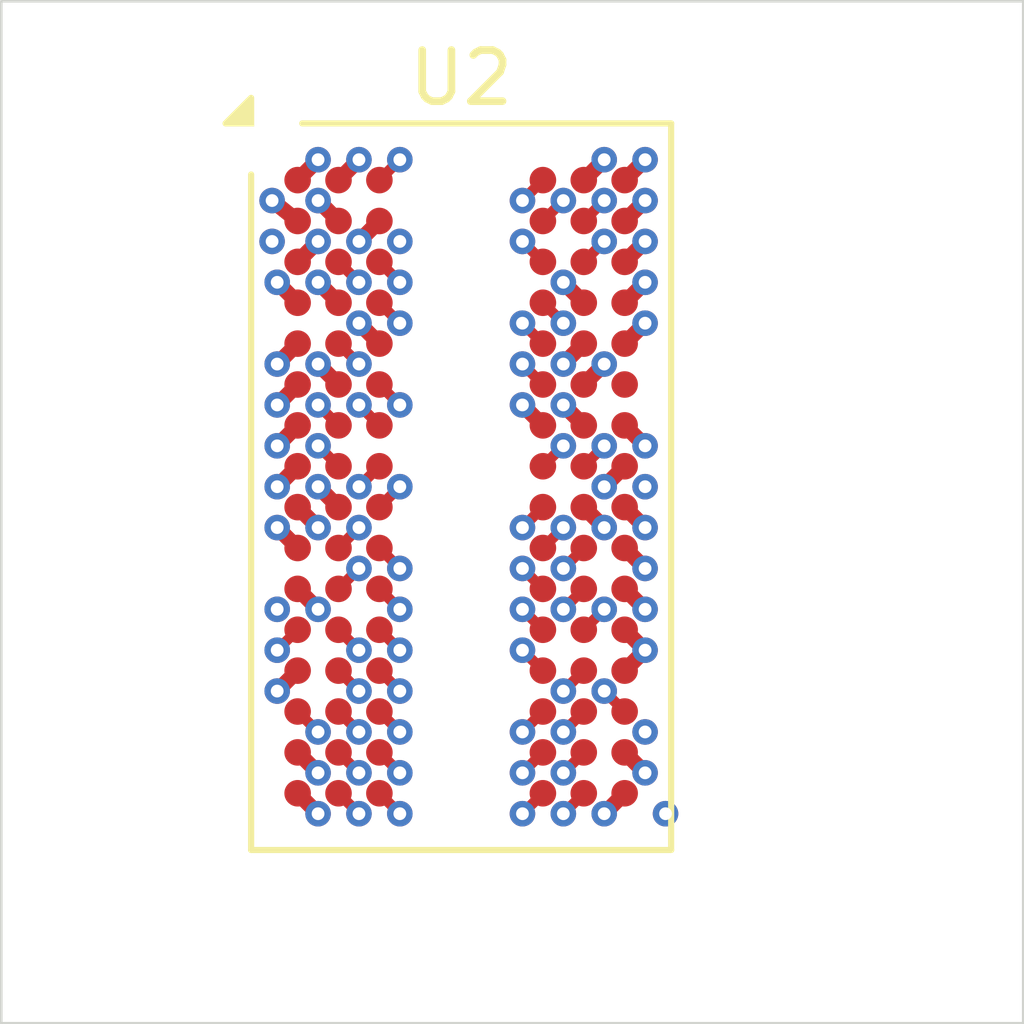
<source format=kicad_pcb>
(kicad_pcb (version 20241229) (generator "pcbnew") (generator_version "9.0")
  (layers (0 "F.Cu" signal) (4 "In1.Cu" signal "In1.Cu (top ref plane)") (6 "In2.Cu" signal) (8 "In3.Cu" signal "In3.Cu(Inner ref plane)") (10 "In4.Cu" signal) (12 "In5.Cu" signal "In5.Cu(Inner ref plane)") (14 "In6.Cu" signal) (16 "In7.Cu" signal "In7.Cu(Inner ref plane)") (18 "In8.Cu" signal) (20 "In9.Cu" signal "In9.Cu(Inner ref plane)") (22 "In10.Cu" signal) (24 "In11.Cu" signal "In11.Cu(power 3v3,2v5)") (26 "In12.Cu" signal "In12.Cu(power 3v3,2v5)") (28 "In13.Cu" signal "In13.Cu(power 1v8)") (30 "In14.Cu" signal "In14.Cu(Inner ref plane)") (32 "In15.Cu" signal) (34 "In16.Cu" signal "In16.Cu(Inner ref plane)") (36 "In17.Cu" signal) (38 "In18.Cu" signal "In18.Cu(Inner ref plane)") (40 "In19.Cu" signal) (42 "In20.Cu" signal "In20.Cu(Inner ref plane)") (44 "In21.Cu" signal) (46 "In22.Cu" signal "In22.Cu(Bottom ref plane)") (2 "B.Cu" signal) (13 "F.Paste" user) (15 "B.Paste" user) (5 "F.SilkS" user "F.Silkscreen") (7 "B.SilkS" user "B.Silkscreen") (1 "F.Mask" user) (3 "B.Mask" user) (25 "Edge.Cuts" user))
  (net 0 "")
  (net 1 "GND")
  (net 2 "unconnected-(U2-A4-PadN3)")
  (net 3 "Net-(U2-V_{DD}-PadB3)")
  (net 4 "unconnected-(U2-LDQS_c-PadF3)")
  (net 5 "unconnected-(U2-A10{slash}AP-PadM3)")
  (net 6 "unconnected-(U2-DQ8-PadA3)")
  (net 7 "unconnected-(U2-V_{REFCA}-PadM1)")
  (net 8 "unconnected-(U2-DQ11-PadC7)")
  (net 9 "Net-(U2-V_{PP}-PadB1)")
  (net 10 "unconnected-(U2-A12{slash}~{BC}-PadM7)")
  (net 11 "unconnected-(U2-NF{slash}~{LDM}{slash}~{LDBI}-PadE7)")
  (net 12 "Net-(U2-V_{DDQ}-PadA1)")
  (net 13 "unconnected-(U2-NF{slash}NC-PadT7)")
  (net 14 "unconnected-(U2-BA1-PadN8)")
  (net 15 "unconnected-(U2-A1-PadP7)")
  (net 16 "unconnected-(U2-UDQS_c-PadA7)")
  (net 17 "unconnected-(U2-DQ6-PadJ3)")
  (net 18 "unconnected-(U2-A13-PadT8)")
  (net 19 "unconnected-(U2-A7-PadR8)")
  (net 20 "unconnected-(U2-DQ15-PadD7)")
  (net 21 "unconnected-(U2-A8-PadR2)")
  (net 22 "unconnected-(U2-DQ10-PadC3)")
  (net 23 "unconnected-(U2-PAR-PadT3)")
  (net 24 "unconnected-(U2-A9-PadR7)")
  (net 25 "unconnected-(U2-DQ1-PadF7)")
  (net 27 "unconnected-(U2-ODT-PadK3)")
  (net 28 "unconnected-(U2-DQ14-PadD3)")
  (net 29 "unconnected-(U2-A15{slash}~{CAS}-PadM8)")
  (net 30 "unconnected-(U2-A14{slash}~{WE}-PadL2)")
  (net 31 "unconnected-(U2-DQ7-PadJ7)")
  (net 32 "unconnected-(U2-CK_t-PadK7)")
  (net 33 "unconnected-(U2-UDQS_t-PadB7)")
  (net 34 "unconnected-(U2-DQ13-PadC8)")
  (net 35 "unconnected-(U2-A3-PadN7)")
  (net 36 "unconnected-(U2-A11-PadT2)")
  (net 37 "unconnected-(U2-CK_c-PadK8)")
  (net 38 "unconnected-(U2-BA0-PadN2)")
  (net 39 "unconnected-(U2-~{ACT}-PadL3)")
  (net 40 "unconnected-(U2-~{RESET}-PadP1)")
  (net 41 "unconnected-(U2-A0-PadP3)")
  (net 42 "unconnected-(U2-A6-PadP2)")
  (net 43 "unconnected-(U2-LDQS_t-PadG3)")
  (net 44 "unconnected-(U2-~{ALERT}-PadP9)")
  (net 45 "unconnected-(U2-A2-PadR3)")
  (net 46 "unconnected-(U2-DQ0-PadG2)")
  (net 47 "unconnected-(U2-CKE-PadK2)")
  (net 48 "unconnected-(U2-DQ4-PadH2)")
  (net 49 "unconnected-(U2-DQ3-PadH7)")
  (net 50 "unconnected-(U2-BG0-PadM2)")
  (net 51 "unconnected-(U2-DQ9-PadB8)")
  (net 52 "unconnected-(U2-~{CS}-PadL7)")
  (net 53 "unconnected-(U2-NF{slash}~{UDM}{slash}~{UDBI}-PadE2)")
  (net 54 "unconnected-(U2-A5-PadP8)")
  (net 55 "unconnected-(U2-DQ5-PadH8)")
  (net 57 "unconnected-(U2-DQ12-PadC2)")
  (net 58 "unconnected-(U2-DQ2-PadH3)")
  (net 59 "unconnected-(U2-A16{slash}~{RAS}-PadL8)")
  (footprint "Package_BGA:Micron_FBGA-96_8x14mm_Layout9x16_P0.8mm" (layer "F.Cu") (at 54 37)
    (property "Reference" "U2" (at 0 -8 0) (layer "F.SilkS"))
    (property "Value" "MT40A512M16JY")
    (fp_line (start -4.11 7.11) (end -4.11 -6.11) (stroke (width 0.12)) (layer "F.SilkS"))
    (fp_line (start -3.11 -7.11) (end 4.11 -7.11) (stroke (width 0.12)) (layer "F.SilkS"))
    (fp_line (start 4.11 -7.11) (end 4.11 7.11) (stroke (width 0.12)) (layer "F.SilkS"))
    (fp_line (start 4.11 7.11) (end -4.11 7.11) (stroke (width 0.12)) (layer "F.SilkS"))
    (fp_poly (pts (xy -4.11 -7.11) (xy -4.61 -7.11) (xy -4.11 -7.61)) (stroke (width 0.12)) (fill yes) (layer "F.SilkS"))
    (pad "A1" smd circle (at -3.2 -6) (size 0.52 0.52) (property pad_prop_bga) (layers "F.Cu" "F.Mask" "F.Paste") (net 12 "Net-(U2-V_{DDQ}-PadA1)"))
    (pad "A2" smd circle (at -2.4 -6) (size 0.52 0.52) (property pad_prop_bga) (layers "F.Cu" "F.Mask" "F.Paste") (net 1 "GND"))
    (pad "A3" smd circle (at -1.6 -6) (size 0.52 0.52) (property pad_prop_bga) (layers "F.Cu" "F.Mask" "F.Paste") (net 6 "unconnected-(U2-DQ8-PadA3)"))
    (pad "A7" smd circle (at 1.6 -6) (size 0.52 0.52) (property pad_prop_bga) (layers "F.Cu" "F.Mask" "F.Paste") (net 16 "unconnected-(U2-UDQS_c-PadA7)"))
    (pad "A8" smd circle (at 2.4 -6) (size 0.52 0.52) (property pad_prop_bga) (layers "F.Cu" "F.Mask" "F.Paste") (net 1 "GND"))
    (pad "A9" smd circle (at 3.2 -6) (size 0.52 0.52) (property pad_prop_bga) (layers "F.Cu" "F.Mask" "F.Paste") (net 12 "Net-(U2-V_{DDQ}-PadA1)"))
    (pad "B1" smd circle (at -3.2 -5.2) (size 0.52 0.52) (property pad_prop_bga) (layers "F.Cu" "F.Mask" "F.Paste") (net 9 "Net-(U2-V_{PP}-PadB1)"))
    (pad "B2" smd circle (at -2.4 -5.2) (size 0.52 0.52) (property pad_prop_bga) (layers "F.Cu" "F.Mask" "F.Paste") (net 1 "GND"))
    (pad "B3" smd circle (at -1.6 -5.2) (size 0.52 0.52) (property pad_prop_bga) (layers "F.Cu" "F.Mask" "F.Paste") (net 3 "Net-(U2-V_{DD}-PadB3)"))
    (pad "B7" smd circle (at 1.6 -5.2) (size 0.52 0.52) (property pad_prop_bga) (layers "F.Cu" "F.Mask" "F.Paste") (net 33 "unconnected-(U2-UDQS_t-PadB7)"))
    (pad "B8" smd circle (at 2.4 -5.2) (size 0.52 0.52) (property pad_prop_bga) (layers "F.Cu" "F.Mask" "F.Paste") (net 51 "unconnected-(U2-DQ9-PadB8)"))
    (pad "B9" smd circle (at 3.2 -5.2) (size 0.52 0.52) (property pad_prop_bga) (layers "F.Cu" "F.Mask" "F.Paste") (net 3 "Net-(U2-V_{DD}-PadB3)"))
    (pad "C1" smd circle (at -3.2 -4.4) (size 0.52 0.52) (property pad_prop_bga) (layers "F.Cu" "F.Mask" "F.Paste") (net 12 "Net-(U2-V_{DDQ}-PadA1)"))
    (pad "C2" smd circle (at -2.4 -4.4) (size 0.52 0.52) (property pad_prop_bga) (layers "F.Cu" "F.Mask" "F.Paste") (net 57 "unconnected-(U2-DQ12-PadC2)"))
    (pad "C3" smd circle (at -1.6 -4.4) (size 0.52 0.52) (property pad_prop_bga) (layers "F.Cu" "F.Mask" "F.Paste") (net 22 "unconnected-(U2-DQ10-PadC3)"))
    (pad "C7" smd circle (at 1.6 -4.4) (size 0.52 0.52) (property pad_prop_bga) (layers "F.Cu" "F.Mask" "F.Paste") (net 8 "unconnected-(U2-DQ11-PadC7)"))
    (pad "C8" smd circle (at 2.4 -4.4) (size 0.52 0.52) (property pad_prop_bga) (layers "F.Cu" "F.Mask" "F.Paste") (net 34 "unconnected-(U2-DQ13-PadC8)"))
    (pad "C9" smd circle (at 3.2 -4.4) (size 0.52 0.52) (property pad_prop_bga) (layers "F.Cu" "F.Mask" "F.Paste") (net 1 "GND"))
    (pad "D1" smd circle (at -3.2 -3.6) (size 0.52 0.52) (property pad_prop_bga) (layers "F.Cu" "F.Mask" "F.Paste") (net 3 "Net-(U2-V_{DD}-PadB3)"))
    (pad "D2" smd circle (at -2.4 -3.6) (size 0.52 0.52) (property pad_prop_bga) (layers "F.Cu" "F.Mask" "F.Paste") (net 1 "GND"))
    (pad "D3" smd circle (at -1.6 -3.6) (size 0.52 0.52) (property pad_prop_bga) (layers "F.Cu" "F.Mask" "F.Paste") (net 28 "unconnected-(U2-DQ14-PadD3)"))
    (pad "D7" smd circle (at 1.6 -3.6) (size 0.52 0.52) (property pad_prop_bga) (layers "F.Cu" "F.Mask" "F.Paste") (net 20 "unconnected-(U2-DQ15-PadD7)"))
    (pad "D8" smd circle (at 2.4 -3.6) (size 0.52 0.52) (property pad_prop_bga) (layers "F.Cu" "F.Mask" "F.Paste") (net 1 "GND"))
    (pad "D9" smd circle (at 3.2 -3.6) (size 0.52 0.52) (property pad_prop_bga) (layers "F.Cu" "F.Mask" "F.Paste") (net 12 "Net-(U2-V_{DDQ}-PadA1)"))
    (pad "E1" smd circle (at -3.2 -2.8) (size 0.52 0.52) (property pad_prop_bga) (layers "F.Cu" "F.Mask" "F.Paste") (net 1 "GND"))
    (pad "E2" smd circle (at -2.4 -2.8) (size 0.52 0.52) (property pad_prop_bga) (layers "F.Cu" "F.Mask" "F.Paste") (net 53 "unconnected-(U2-NF{slash}~{UDM}{slash}~{UDBI}-PadE2)"))
    (pad "E3" smd circle (at -1.6 -2.8) (size 0.52 0.52) (property pad_prop_bga) (layers "F.Cu" "F.Mask" "F.Paste") (net 1 "GND"))
    (pad "E7" smd circle (at 1.6 -2.8) (size 0.52 0.52) (property pad_prop_bga) (layers "F.Cu" "F.Mask" "F.Paste") (net 11 "unconnected-(U2-NF{slash}~{LDM}{slash}~{LDBI}-PadE7)"))
    (pad "E8" smd circle (at 2.4 -2.8) (size 0.52 0.52) (property pad_prop_bga) (layers "F.Cu" "F.Mask" "F.Paste") (net 1 "GND"))
    (pad "E9" smd circle (at 3.2 -2.8) (size 0.52 0.52) (property pad_prop_bga) (layers "F.Cu" "F.Mask" "F.Paste") (net 1 "GND"))
    (pad "F1" smd circle (at -3.2 -2) (size 0.52 0.52) (property pad_prop_bga) (layers "F.Cu" "F.Mask" "F.Paste") (net 1 "GND"))
    (pad "F2" smd circle (at -2.4 -2) (size 0.52 0.52) (property pad_prop_bga) (layers "F.Cu" "F.Mask" "F.Paste") (net 12 "Net-(U2-V_{DDQ}-PadA1)"))
    (pad "F3" smd circle (at -1.6 -2) (size 0.52 0.52) (property pad_prop_bga) (layers "F.Cu" "F.Mask" "F.Paste") (net 4 "unconnected-(U2-LDQS_c-PadF3)"))
    (pad "F7" smd circle (at 1.6 -2) (size 0.52 0.52) (property pad_prop_bga) (layers "F.Cu" "F.Mask" "F.Paste") (net 25 "unconnected-(U2-DQ1-PadF7)"))
    (pad "F8" smd circle (at 2.4 -2) (size 0.52 0.52) (property pad_prop_bga) (layers "F.Cu" "F.Mask" "F.Paste") (net 12 "Net-(U2-V_{DDQ}-PadA1)"))
    (pad "F9" smd circle (at 3.2 -2) (size 0.52 0.52) (property pad_prop_bga) (layers "F.Cu" "F.Mask" "F.Paste"))
    (pad "G1" smd circle (at -3.2 -1.2) (size 0.52 0.52) (property pad_prop_bga) (layers "F.Cu" "F.Mask" "F.Paste") (net 12 "Net-(U2-V_{DDQ}-PadA1)"))
    (pad "G2" smd circle (at -2.4 -1.2) (size 0.52 0.52) (property pad_prop_bga) (layers "F.Cu" "F.Mask" "F.Paste") (net 46 "unconnected-(U2-DQ0-PadG2)"))
    (pad "G3" smd circle (at -1.6 -1.2) (size 0.52 0.52) (property pad_prop_bga) (layers "F.Cu" "F.Mask" "F.Paste") (net 43 "unconnected-(U2-LDQS_t-PadG3)"))
    (pad "G7" smd circle (at 1.6 -1.2) (size 0.52 0.52) (property pad_prop_bga) (layers "F.Cu" "F.Mask" "F.Paste") (net 3 "Net-(U2-V_{DD}-PadB3)"))
    (pad "G8" smd circle (at 2.4 -1.2) (size 0.52 0.52) (property pad_prop_bga) (layers "F.Cu" "F.Mask" "F.Paste") (net 1 "GND"))
    (pad "G9" smd circle (at 3.2 -1.2) (size 0.52 0.52) (property pad_prop_bga) (layers "F.Cu" "F.Mask" "F.Paste") (net 12 "Net-(U2-V_{DDQ}-PadA1)"))
    (pad "H1" smd circle (at -3.2 -0.4) (size 0.52 0.52) (property pad_prop_bga) (layers "F.Cu" "F.Mask" "F.Paste") (net 1 "GND"))
    (pad "H2" smd circle (at -2.4 -0.4) (size 0.52 0.52) (property pad_prop_bga) (layers "F.Cu" "F.Mask" "F.Paste") (net 48 "unconnected-(U2-DQ4-PadH2)"))
    (pad "H3" smd circle (at -1.6 -0.4) (size 0.52 0.52) (property pad_prop_bga) (layers "F.Cu" "F.Mask" "F.Paste") (net 58 "unconnected-(U2-DQ2-PadH3)"))
    (pad "H7" smd circle (at 1.6 -0.4) (size 0.52 0.52) (property pad_prop_bga) (layers "F.Cu" "F.Mask" "F.Paste") (net 49 "unconnected-(U2-DQ3-PadH7)"))
    (pad "H8" smd circle (at 2.4 -0.4) (size 0.52 0.52) (property pad_prop_bga) (layers "F.Cu" "F.Mask" "F.Paste") (net 55 "unconnected-(U2-DQ5-PadH8)"))
    (pad "H9" smd circle (at 3.2 -0.4) (size 0.52 0.52) (property pad_prop_bga) (layers "F.Cu" "F.Mask" "F.Paste") (net 1 "GND"))
    (pad "J1" smd circle (at -3.2 0.4) (size 0.52 0.52) (property pad_prop_bga) (layers "F.Cu" "F.Mask" "F.Paste") (net 3 "Net-(U2-V_{DD}-PadB3)"))
    (pad "J2" smd circle (at -2.4 0.4) (size 0.52 0.52) (property pad_prop_bga) (layers "F.Cu" "F.Mask" "F.Paste") (net 12 "Net-(U2-V_{DDQ}-PadA1)"))
    (pad "J3" smd circle (at -1.6 0.4) (size 0.52 0.52) (property pad_prop_bga) (layers "F.Cu" "F.Mask" "F.Paste") (net 17 "unconnected-(U2-DQ6-PadJ3)"))
    (pad "J7" smd circle (at 1.6 0.4) (size 0.52 0.52) (property pad_prop_bga) (layers "F.Cu" "F.Mask" "F.Paste") (net 31 "unconnected-(U2-DQ7-PadJ7)"))
    (pad "J8" smd circle (at 2.4 0.4) (size 0.52 0.52) (property pad_prop_bga) (layers "F.Cu" "F.Mask" "F.Paste") (net 12 "Net-(U2-V_{DDQ}-PadA1)"))
    (pad "J9" smd circle (at 3.2 0.4) (size 0.52 0.52) (property pad_prop_bga) (layers "F.Cu" "F.Mask" "F.Paste") (net 3 "Net-(U2-V_{DD}-PadB3)"))
    (pad "K1" smd circle (at -3.2 1.2) (size 0.52 0.52) (property pad_prop_bga) (layers "F.Cu" "F.Mask" "F.Paste") (net 1 "GND"))
    (pad "K2" smd circle (at -2.4 1.2) (size 0.52 0.52) (property pad_prop_bga) (layers "F.Cu" "F.Mask" "F.Paste") (net 47 "unconnected-(U2-CKE-PadK2)"))
    (pad "K3" smd circle (at -1.6 1.2) (size 0.52 0.52) (property pad_prop_bga) (layers "F.Cu" "F.Mask" "F.Paste") (net 27 "unconnected-(U2-ODT-PadK3)"))
    (pad "K7" smd circle (at 1.6 1.2) (size 0.52 0.52) (property pad_prop_bga) (layers "F.Cu" "F.Mask" "F.Paste") (net 32 "unconnected-(U2-CK_t-PadK7)"))
    (pad "K8" smd circle (at 2.4 1.2) (size 0.52 0.52) (property pad_prop_bga) (layers "F.Cu" "F.Mask" "F.Paste") (net 37 "unconnected-(U2-CK_c-PadK8)"))
    (pad "K9" smd circle (at 3.2 1.2) (size 0.52 0.52) (property pad_prop_bga) (layers "F.Cu" "F.Mask" "F.Paste") (net 1 "GND"))
    (pad "L1" smd circle (at -3.2 2) (size 0.52 0.52) (property pad_prop_bga) (layers "F.Cu" "F.Mask" "F.Paste") (net 3 "Net-(U2-V_{DD}-PadB3)"))
    (pad "L2" smd circle (at -2.4 2) (size 0.52 0.52) (property pad_prop_bga) (layers "F.Cu" "F.Mask" "F.Paste") (net 30 "unconnected-(U2-A14{slash}~{WE}-PadL2)"))
    (pad "L3" smd circle (at -1.6 2) (size 0.52 0.52) (property pad_prop_bga) (layers "F.Cu" "F.Mask" "F.Paste") (net 39 "unconnected-(U2-~{ACT}-PadL3)"))
    (pad "L7" smd circle (at 1.6 2) (size 0.52 0.52) (property pad_prop_bga) (layers "F.Cu" "F.Mask" "F.Paste") (net 52 "unconnected-(U2-~{CS}-PadL7)"))
    (pad "L8" smd circle (at 2.4 2) (size 0.52 0.52) (property pad_prop_bga) (layers "F.Cu" "F.Mask" "F.Paste") (net 59 "unconnected-(U2-A16{slash}~{RAS}-PadL8)"))
    (pad "L9" smd circle (at 3.2 2) (size 0.52 0.52) (property pad_prop_bga) (layers "F.Cu" "F.Mask" "F.Paste") (net 3 "Net-(U2-V_{DD}-PadB3)"))
    (pad "M1" smd circle (at -3.2 2.8) (size 0.52 0.52) (property pad_prop_bga) (layers "F.Cu" "F.Mask" "F.Paste") (net 7 "unconnected-(U2-V_{REFCA}-PadM1)"))
    (pad "M2" smd circle (at -2.4 2.8) (size 0.52 0.52) (property pad_prop_bga) (layers "F.Cu" "F.Mask" "F.Paste") (net 50 "unconnected-(U2-BG0-PadM2)"))
    (pad "M3" smd circle (at -1.6 2.8) (size 0.52 0.52) (property pad_prop_bga) (layers "F.Cu" "F.Mask" "F.Paste") (net 5 "unconnected-(U2-A10{slash}AP-PadM3)"))
    (pad "M7" smd circle (at 1.6 2.8) (size 0.52 0.52) (property pad_prop_bga) (layers "F.Cu" "F.Mask" "F.Paste") (net 10 "unconnected-(U2-A12{slash}~{BC}-PadM7)"))
    (pad "M8" smd circle (at 2.4 2.8) (size 0.52 0.52) (property pad_prop_bga) (layers "F.Cu" "F.Mask" "F.Paste") (net 29 "unconnected-(U2-A15{slash}~{CAS}-PadM8)"))
    (pad "M9" smd circle (at 3.2 2.8) (size 0.52 0.52) (property pad_prop_bga) (layers "F.Cu" "F.Mask" "F.Paste") (net 1 "GND"))
    (pad "N1" smd circle (at -3.2 3.6) (size 0.52 0.52) (property pad_prop_bga) (layers "F.Cu" "F.Mask" "F.Paste") (net 1 "GND"))
    (pad "N2" smd circle (at -2.4 3.6) (size 0.52 0.52) (property pad_prop_bga) (layers "F.Cu" "F.Mask" "F.Paste") (net 38 "unconnected-(U2-BA0-PadN2)"))
    (pad "N3" smd circle (at -1.6 3.6) (size 0.52 0.52) (property pad_prop_bga) (layers "F.Cu" "F.Mask" "F.Paste") (net 2 "unconnected-(U2-A4-PadN3)"))
    (pad "N7" smd circle (at 1.6 3.6) (size 0.52 0.52) (property pad_prop_bga) (layers "F.Cu" "F.Mask" "F.Paste") (net 35 "unconnected-(U2-A3-PadN7)"))
    (pad "N8" smd circle (at 2.4 3.6) (size 0.52 0.52) (property pad_prop_bga) (layers "F.Cu" "F.Mask" "F.Paste") (net 14 "unconnected-(U2-BA1-PadN8)"))
    (pad "N9" smd circle (at 3.2 3.6) (size 0.52 0.52) (property pad_prop_bga) (layers "F.Cu" "F.Mask" "F.Paste"))
    (pad "P1" smd circle (at -3.2 4.4) (size 0.52 0.52) (property pad_prop_bga) (layers "F.Cu" "F.Mask" "F.Paste") (net 40 "unconnected-(U2-~{RESET}-PadP1)"))
    (pad "P2" smd circle (at -2.4 4.4) (size 0.52 0.52) (property pad_prop_bga) (layers "F.Cu" "F.Mask" "F.Paste") (net 42 "unconnected-(U2-A6-PadP2)"))
    (pad "P3" smd circle (at -1.6 4.4) (size 0.52 0.52) (property pad_prop_bga) (layers "F.Cu" "F.Mask" "F.Paste") (net 41 "unconnected-(U2-A0-PadP3)"))
    (pad "P7" smd circle (at 1.6 4.4) (size 0.52 0.52) (property pad_prop_bga) (layers "F.Cu" "F.Mask" "F.Paste") (net 15 "unconnected-(U2-A1-PadP7)"))
    (pad "P8" smd circle (at 2.4 4.4) (size 0.52 0.52) (property pad_prop_bga) (layers "F.Cu" "F.Mask" "F.Paste") (net 54 "unconnected-(U2-A5-PadP8)"))
    (pad "P9" smd circle (at 3.2 4.4) (size 0.52 0.52) (property pad_prop_bga) (layers "F.Cu" "F.Mask" "F.Paste") (net 44 "unconnected-(U2-~{ALERT}-PadP9)"))
    (pad "R1" smd circle (at -3.2 5.2) (size 0.52 0.52) (property pad_prop_bga) (layers "F.Cu" "F.Mask" "F.Paste") (net 3 "Net-(U2-V_{DD}-PadB3)"))
    (pad "R2" smd circle (at -2.4 5.2) (size 0.52 0.52) (property pad_prop_bga) (layers "F.Cu" "F.Mask" "F.Paste") (net 21 "unconnected-(U2-A8-PadR2)"))
    (pad "R3" smd circle (at -1.6 5.2) (size 0.52 0.52) (property pad_prop_bga) (layers "F.Cu" "F.Mask" "F.Paste") (net 45 "unconnected-(U2-A2-PadR3)"))
    (pad "R7" smd circle (at 1.6 5.2) (size 0.52 0.52) (property pad_prop_bga) (layers "F.Cu" "F.Mask" "F.Paste") (net 24 "unconnected-(U2-A9-PadR7)"))
    (pad "R8" smd circle (at 2.4 5.2) (size 0.52 0.52) (property pad_prop_bga) (layers "F.Cu" "F.Mask" "F.Paste") (net 19 "unconnected-(U2-A7-PadR8)"))
    (pad "R9" smd circle (at 3.2 5.2) (size 0.52 0.52) (property pad_prop_bga) (layers "F.Cu" "F.Mask" "F.Paste") (net 9 "Net-(U2-V_{PP}-PadB1)"))
    (pad "T1" smd circle (at -3.2 6) (size 0.52 0.52) (property pad_prop_bga) (layers "F.Cu" "F.Mask" "F.Paste") (net 1 "GND"))
    (pad "T2" smd circle (at -2.4 6) (size 0.52 0.52) (property pad_prop_bga) (layers "F.Cu" "F.Mask" "F.Paste") (net 36 "unconnected-(U2-A11-PadT2)"))
    (pad "T3" smd circle (at -1.6 6) (size 0.52 0.52) (property pad_prop_bga) (layers "F.Cu" "F.Mask" "F.Paste") (net 23 "unconnected-(U2-PAR-PadT3)"))
    (pad "T7" smd circle (at 1.6 6) (size 0.52 0.52) (property pad_prop_bga) (layers "F.Cu" "F.Mask" "F.Paste") (net 13 "unconnected-(U2-NF{slash}NC-PadT7)"))
    (pad "T8" smd circle (at 2.4 6) (size 0.52 0.52) (property pad_prop_bga) (layers "F.Cu" "F.Mask" "F.Paste") (net 18 "unconnected-(U2-A13-PadT8)"))
    (pad "T9" smd circle (at 3.2 6) (size 0.52 0.52) (property pad_prop_bga) (layers "F.Cu" "F.Mask" "F.Paste") (net 3 "Net-(U2-V_{DD}-PadB3)"))
  )
  (gr_rect (start 45 27.5) (end 65 47.5) (stroke (width 0.05)) (fill no) (layer "Edge.Cuts"))
  (segment (start 51.6 31) (end 52 30.6) (width 0.3) (layer "F.Cu") (net 1))
  (segment (start 57.2 38.2) (end 57.6 38.6) (width 0.3) (layer "F.Cu") (net 1))
  (segment (start 57.2 39.8) (end 57.6 40.2) (width 0.3) (layer "F.Cu") (net 1))
  (segment (start 50.8 43) (end 51.2 43.4) (width 0.3) (layer "F.Cu") (net 1))
  (segment (start 57.2 32.6) (end 57.6 32.2) (width 0.3) (layer "F.Cu") (net 1))
  (segment (start 57.2 34.2) (end 57.6 33.8) (width 0.3) (layer "F.Cu") (net 1))
  (segment (start 50.8 38.2) (end 50.4 37.8) (width 0.3) (layer "F.Cu") (net 1))
  (segment (start 50.8 34.2) (end 50.4 34.6) (width 0.3) (layer "F.Cu") (net 1))
  (segment (start 56.4 33.4) (end 56 33) (width 0.3) (layer "F.Cu") (net 1))
  (segment (start 51.6 33.4) (end 51.2 33) (width 0.3) (layer "F.Cu") (net 1))
  (segment (start 51.6 31.8) (end 51.2 31.4) (width 0.3) (layer "F.Cu") (net 1))
  (segment (start 57.2 40.6) (end 57.6 40.2) (width 0.3) (layer "F.Cu") (net 1))
  (segment (start 57.2 36.6) (end 56.8 37) (width 0.3) (layer "F.Cu") (net 1))
  (segment (start 56.4 31) (end 56.8 30.6) (width 0.3) (layer "F.Cu") (net 1))
  (segment (start 50.8 35) (end 50.4 35.4) (width 0.3) (layer "F.Cu") (net 1))
  (segment (start 50.8 40.6) (end 50.4 41) (width 0.3) (layer "F.Cu") (net 1))
  (segment (start 52.4 34.2) (end 52 33.8) (width 0.3) (layer "F.Cu") (net 1))
  (segment (start 56.4 34.2) (end 56 34.6) (width 0.3) (layer "F.Cu") (net 1))
  (segment (start 56.4 35.8) (end 56 35.4) (width 0.3) (layer "F.Cu") (net 1))
  (segment (start 50.8 36.6) (end 50.4 37) (width 0.3) (layer "F.Cu") (net 1))
  (via (at 56 33) (size 0.5) (drill 0.25) (layers "F.Cu" "B.Cu") (net 1))
  (via (at 51.2 43.4) (size 0.5) (drill 0.25) (layers "F.Cu" "B.Cu") (net 1))
  (via (at 50.4 37) (size 0.5) (drill 0.25) (layers "F.Cu" "B.Cu") (net 1))
  (via (at 57.6 37) (size 0.5) (drill 0.25) (layers "F.Cu" "B.Cu") (net 1))
  (via (at 52.8 32.2) (size 0.5) (drill 0.25) (layers "F.Cu" "B.Cu") (net 1))
  (via (at 56 35.4) (size 0.5) (drill 0.25) (layers "F.Cu" "B.Cu") (net 1))
  (via (at 57.6 38.6) (size 0.5) (drill 0.25) (layers "F.Cu" "B.Cu") (net 1))
  (via (at 50.4 37.8) (size 0.5) (drill 0.25) (layers "F.Cu" "B.Cu") (net 1))
  (via (at 50.4 41) (size 0.5) (drill 0.25) (layers "F.Cu" "B.Cu") (net 1))
  (via (at 58 43.4) (size 0.5) (drill 0.25) (layers "F.Cu" "B.Cu") (net 1))
  (via (at 50.3 32.2) (size 0.5) (drill 0.25) (layers "F.Cu" "B.Cu") (net 1))
  (via (at 50.4 39.4) (size 0.5) (drill 0.25) (layers "F.Cu" "B.Cu") (net 1))
  (via (at 51.2 31.4) (size 0.5) (drill 0.25) (layers "F.Cu" "B.Cu") (net 1))
  (via (at 57.6 40.2) (size 0.5) (drill 0.25) (layers "F.Cu" "B.Cu") (net 1))
  (via (at 57.6 41.8) (size 0.5) (drill 0.25) (layers "F.Cu" "B.Cu") (net 1))
  (via (at 56.8 30.6) (size 0.5) (drill 0.25) (layers "F.Cu" "B.Cu") (net 1))
  (via (at 57.6 32.2) (size 0.5) (drill 0.25) (layers "F.Cu" "B.Cu") (net 1))
  (via (at 50.4 35.4) (size 0.5) (drill 0.25) (layers "F.Cu" "B.Cu") (net 1))
  (via (at 51.2 33) (size 0.5) (drill 0.25) (layers "F.Cu" "B.Cu") (net 1))
  (via (at 52 33.8) (size 0.5) (drill 0.25) (layers "F.Cu" "B.Cu") (net 1))
  (via (at 52 30.6) (size 0.5) (drill 0.25) (layers "F.Cu" "B.Cu") (net 1))
  (via (at 56.8 37) (size 0.5) (drill 0.25) (layers "F.Cu" "B.Cu") (net 1))
  (via (at 57.6 33.8) (size 0.5) (drill 0.25) (layers "F.Cu" "B.Cu") (net 1))
  (via (at 56 34.6) (size 0.5) (drill 0.25) (layers "F.Cu" "B.Cu") (net 1))
  (via (at 50.4 34.6) (size 0.5) (drill 0.25) (layers "F.Cu" "B.Cu") (net 1))
  (segment (start 52.4 40.6) (end 52.8 41) (width 0.205) (layer "F.Cu") (net 2))
  (via (at 52.8 41) (size 0.5) (drill 0.25) (layers "F.Cu" "B.Cu") (net 2))
  (segment (start 50.8 42.2) (end 51.2 42.6) (width 0.3) (layer "F.Cu") (net 3))
  (segment (start 57.2 39) (end 57.6 39.4) (width 0.3) (layer "F.Cu") (net 3))
  (segment (start 50.8 33.4) (end 50.4 33) (width 0.3) (layer "F.Cu") (net 3))
  (segment (start 57.2 43) (end 56.8 43.4) (width 0.3) (layer "F.Cu") (net 3))
  (segment (start 57.2 31.8) (end 57.6 31.4) (width 0.3) (layer "F.Cu") (net 3))
  (segment (start 50.8 37.4) (end 51.2 37.8) (width 0.3) (layer "F.Cu") (net 3))
  (segment (start 55.6 35.8) (end 55.2 35.4) (width 0.3) (layer "F.Cu") (net 3))
  (segment (start 52.4 31.8) (end 52 32.2) (width 0.3) (layer "F.Cu") (net 3))
  (segment (start 57.2 37.4) (end 57.6 37.8) (width 0.3) (layer "F.Cu") (net 3))
  (segment (start 50.8 39) (end 51.2 39.4) (width 0.3) (layer "F.Cu") (net 3))
  (via (at 52 32.2) (size 0.5) (drill 0.25) (layers "F.Cu" "B.Cu") (net 3))
  (via (at 56.8 43.4) (size 0.5) (drill 0.25) (layers "F.Cu" "B.Cu") (net 3))
  (via (at 57.6 37.8) (size 0.5) (drill 0.25) (layers "F.Cu" "B.Cu") (net 3))
  (via (at 55.2 35.4) (size 0.5) (drill 0.25) (layers "F.Cu" "B.Cu") (net 3))
  (via (at 57.6 31.4) (size 0.5) (drill 0.25) (layers "F.Cu" "B.Cu") (net 3))
  (via (at 57.6 39.4) (size 0.5) (drill 0.25) (layers "F.Cu" "B.Cu") (net 3))
  (via (at 51.2 42.6) (size 0.5) (drill 0.25) (layers "F.Cu" "B.Cu") (net 3))
  (via (at 51.2 37.8) (size 0.5) (drill 0.25) (layers "F.Cu" "B.Cu") (net 3))
  (via (at 51.2 39.4) (size 0.5) (drill 0.25) (layers "F.Cu" "B.Cu") (net 3))
  (via (at 50.4 33) (size 0.5) (drill 0.25) (layers "F.Cu" "B.Cu") (net 3))
  (segment (start 52.4 35) (end 52.8 35.4) (width 0.205) (layer "F.Cu") (net 4))
  (via (at 52.8 35.4) (size 0.5) (drill 0.25) (layers "F.Cu" "B.Cu") (net 4))
  (segment (start 52.4 39.8) (end 52.8 40.2) (width 0.205) (layer "F.Cu") (net 5))
  (via (at 52.8 40.2) (size 0.5) (drill 0.25) (layers "F.Cu" "B.Cu") (net 5))
  (segment (start 52.4 31) (end 52.8 30.6) (width 0.205) (layer "F.Cu") (net 6))
  (via (at 52.8 30.6) (size 0.5) (drill 0.25) (layers "F.Cu" "B.Cu") (net 6))
  (segment (start 50.8 39.8) (end 50.4 40.2) (width 0.2) (layer "F.Cu") (net 7))
  (via (at 50.4 40.2) (size 0.5) (drill 0.25) (layers "F.Cu" "B.Cu") (net 7))
  (segment (start 55.6 32.6) (end 55.2 32.2) (width 0.205) (layer "F.Cu") (net 8))
  (via (at 55.2 32.2) (size 0.5) (drill 0.25) (layers "F.Cu" "B.Cu") (net 8))
  (segment (start 57.2 42.2) (end 57.6 42.6) (width 0.3) (layer "F.Cu") (net 9))
  (segment (start 50.8 31.8) (end 50.3 31.4) (width 0.3) (layer "F.Cu") (net 9))
  (via (at 57.6 42.6) (size 0.5) (drill 0.25) (layers "F.Cu" "B.Cu") (net 9))
  (via (at 50.3 31.4) (size 0.5) (drill 0.25) (layers "F.Cu" "B.Cu") (net 9))
  (segment (start 55.6 39.8) (end 55.2 39.4) (width 0.205) (layer "F.Cu") (net 10))
  (via (at 55.2 39.4) (size 0.5) (drill 0.25) (layers "F.Cu" "B.Cu") (net 10))
  (segment (start 55.6 34.2) (end 55.2 33.8) (width 0.205) (layer "F.Cu") (net 11))
  (via (at 55.2 33.8) (size 0.5) (drill 0.25) (layers "F.Cu" "B.Cu") (net 11))
  (segment (start 57.2 31) (end 57.6 30.6) (width 0.3) (layer "F.Cu") (net 12))
  (segment (start 57.2 35.8) (end 57.6 36.2) (width 0.3) (layer "F.Cu") (net 12))
  (segment (start 57.2 33.4) (end 57.6 33) (width 0.3) (layer "F.Cu") (net 12))
  (segment (start 50.8 32.6) (end 51.2 32.2) (width 0.3) (layer "F.Cu") (net 12))
  (segment (start 56.4 37.4) (end 56.8 37.8) (width 0.3) (layer "F.Cu") (net 12))
  (segment (start 56.4 35) (end 56.8 34.6) (width 0.3) (layer "F.Cu") (net 12))
  (segment (start 51.6 35) (end 51.2 34.6) (width 0.3) (layer "F.Cu") (net 12))
  (segment (start 51.6 37.4) (end 51.2 37) (width 0.3) (layer "F.Cu") (net 12))
  (segment (start 50.4 36.2) (end 50.8 35.8) (width 0.3) (layer "F.Cu") (net 12))
  (segment (start 50.8 31) (end 51.2 30.6) (width 0.3) (layer "F.Cu") (net 12))
  (via (at 57.6 30.6) (size 0.5) (drill 0.25) (layers "F.Cu" "B.Cu") (net 12))
  (via (at 57.6 33) (size 0.5) (drill 0.25) (layers "F.Cu" "B.Cu") (net 12))
  (via (at 56.8 34.6) (size 0.5) (drill 0.25) (layers "F.Cu" "B.Cu") (net 12))
  (via (at 57.6 36.2) (size 0.5) (drill 0.25) (layers "F.Cu" "B.Cu") (net 12))
  (via (at 50.4 36.2) (size 0.5) (drill 0.25) (layers "F.Cu" "B.Cu") (net 12))
  (via (at 56.8 37.8) (size 0.5) (drill 0.25) (layers "F.Cu" "B.Cu") (net 12))
  (via (at 51.2 34.6) (size 0.5) (drill 0.25) (layers "F.Cu" "B.Cu") (net 12))
  (via (at 51.2 32.2) (size 0.5) (drill 0.25) (layers "F.Cu" "B.Cu") (net 12))
  (via (at 51.2 37) (size 0.5) (drill 0.25) (layers "F.Cu" "B.Cu") (net 12))
  (via (at 51.2 30.6) (size 0.5) (drill 0.25) (layers "F.Cu" "B.Cu") (net 12))
  (segment (start 55.6 43) (end 55.2 43.4) (width 0.205) (layer "F.Cu") (net 13))
  (via (at 55.2 43.4) (size 0.5) (drill 0.25) (layers "F.Cu" "B.Cu") (net 13))
  (segment (start 56.4 40.6) (end 56 41) (width 0.205) (layer "F.Cu") (net 14))
  (via (at 56 41) (size 0.5) (drill 0.25) (layers "F.Cu" "B.Cu") (net 14))
  (segment (start 55.6 41.4) (end 55.2 41.8) (width 0.205) (layer "F.Cu") (net 15))
  (via (at 55.2 41.8) (size 0.5) (drill 0.25) (layers "F.Cu" "B.Cu") (net 15))
  (segment (start 55.6 31) (end 55.2 31.4) (width 0.205) (layer "F.Cu") (net 16))
  (via (at 55.2 31.4) (size 0.5) (drill 0.25) (layers "F.Cu" "B.Cu") (net 16))
  (segment (start 52.4 37.4) (end 52.8 37) (width 0.205) (layer "F.Cu") (net 17))
  (via (at 52.8 37) (size 0.5) (drill 0.25) (layers "F.Cu" "B.Cu") (net 17))
  (segment (start 56.4 43) (end 56 43.4) (width 0.205) (layer "F.Cu") (net 18))
  (via (at 56 43.4) (size 0.5) (drill 0.25) (layers "F.Cu" "B.Cu") (net 18))
  (segment (start 56.4 42.2) (end 56 42.6) (width 0.205) (layer "F.Cu") (net 19))
  (via (at 56 42.6) (size 0.5) (drill 0.25) (layers "F.Cu" "B.Cu") (net 19))
  (segment (start 55.6 33.4) (end 56 33.8) (width 0.205) (layer "F.Cu") (net 20))
  (via (at 56 33.8) (size 0.5) (drill 0.25) (layers "F.Cu" "B.Cu") (net 20))
  (segment (start 51.6 42.2) (end 52 42.6) (width 0.205) (layer "F.Cu") (net 21))
  (via (at 52 42.6) (size 0.5) (drill 0.25) (layers "F.Cu" "B.Cu") (net 21))
  (segment (start 52.4 32.6) (end 52.8 33) (width 0.205) (layer "F.Cu") (net 22))
  (via (at 52.8 33) (size 0.5) (drill 0.25) (layers "F.Cu" "B.Cu") (net 22))
  (segment (start 52.4 43) (end 52.8 43.4) (width 0.205) (layer "F.Cu") (net 23))
  (via (at 52.8 43.4) (size 0.5) (drill 0.25) (layers "F.Cu" "B.Cu") (net 23))
  (segment (start 55.6 42.2) (end 55.2 42.6) (width 0.205) (layer "F.Cu") (net 24))
  (via (at 55.2 42.6) (size 0.5) (drill 0.25) (layers "F.Cu" "B.Cu") (net 24))
  (segment (start 55.6 35) (end 55.2 34.6) (width 0.205) (layer "F.Cu") (net 25))
  (via (at 55.2 34.6) (size 0.5) (drill 0.25) (layers "F.Cu" "B.Cu") (net 25))
  (segment (start 52.4 38.2) (end 52.8 38.6) (width 0.205) (layer "F.Cu") (net 27))
  (via (at 52.8 38.6) (size 0.5) (drill 0.25) (layers "F.Cu" "B.Cu") (net 27))
  (segment (start 52.4 33.4) (end 52.8 33.8) (width 0.205) (layer "F.Cu") (net 28))
  (via (at 52.8 33.8) (size 0.5) (drill 0.25) (layers "F.Cu" "B.Cu") (net 28))
  (segment (start 56.4 39.8) (end 56.8 39.4) (width 0.205) (layer "F.Cu") (net 29))
  (via (at 56.8 39.4) (size 0.5) (drill 0.25) (layers "F.Cu" "B.Cu") (net 29))
  (segment (start 51.6 39) (end 52 38.6) (width 0.205) (layer "F.Cu") (net 30))
  (via (at 52 38.6) (size 0.5) (drill 0.25) (layers "F.Cu" "B.Cu") (net 30))
  (segment (start 55.6 37.4) (end 55.2 37.8) (width 0.205) (layer "F.Cu") (net 31))
  (via (at 55.2 37.8) (size 0.5) (drill 0.25) (layers "F.Cu" "B.Cu") (net 31))
  (segment (start 55.6 38.2) (end 56 37.8) (width 0.205) (layer "F.Cu") (net 32))
  (via (at 56 37.8) (size 0.5) (drill 0.25) (layers "F.Cu" "B.Cu") (net 32))
  (segment (start 55.6 31.8) (end 56 31.4) (width 0.205) (layer "F.Cu") (net 33))
  (via (at 56 31.4) (size 0.5) (drill 0.25) (layers "F.Cu" "B.Cu") (net 33))
  (segment (start 56.4 32.6) (end 56.8 32.2) (width 0.205) (layer "F.Cu") (net 34))
  (via (at 56.8 32.2) (size 0.5) (drill 0.25) (layers "F.Cu" "B.Cu") (net 34))
  (segment (start 55.6 40.6) (end 55.2 40.2) (width 0.205) (layer "F.Cu") (net 35))
  (via (at 55.2 40.2) (size 0.5) (drill 0.25) (layers "F.Cu" "B.Cu") (net 35))
  (segment (start 51.6 43) (end 52 43.4) (width 0.205) (layer "F.Cu") (net 36))
  (via (at 52 43.4) (size 0.5) (drill 0.25) (layers "F.Cu" "B.Cu") (net 36))
  (segment (start 56.4 38.2) (end 56 38.6) (width 0.205) (layer "F.Cu") (net 37))
  (via (at 56 38.6) (size 0.5) (drill 0.25) (layers "F.Cu" "B.Cu") (net 37))
  (segment (start 51.6 40.6) (end 52 41) (width 0.205) (layer "F.Cu") (net 38))
  (via (at 52 41) (size 0.5) (drill 0.25) (layers "F.Cu" "B.Cu") (net 38))
  (segment (start 52.4 39) (end 52.8 39.4) (width 0.205) (layer "F.Cu") (net 39))
  (via (at 52.8 39.4) (size 0.5) (drill 0.25) (layers "F.Cu" "B.Cu") (net 39))
  (segment (start 50.8 41.4) (end 51.2 41.8) (width 0.205) (layer "F.Cu") (net 40))
  (via (at 51.2 41.8) (size 0.5) (drill 0.25) (layers "F.Cu" "B.Cu") (net 40))
  (segment (start 52.4 41.4) (end 52.8 41.8) (width 0.205) (layer "F.Cu") (net 41))
  (via (at 52.8 41.8) (size 0.5) (drill 0.25) (layers "F.Cu" "B.Cu") (net 41))
  (segment (start 51.6 41.4) (end 52 41.8) (width 0.205) (layer "F.Cu") (net 42))
  (via (at 52 41.8) (size 0.5) (drill 0.25) (layers "F.Cu" "B.Cu") (net 42))
  (segment (start 52.4 35.8) (end 52 35.4) (width 0.205) (layer "F.Cu") (net 43))
  (via (at 52 35.4) (size 0.5) (drill 0.25) (layers "F.Cu" "B.Cu") (net 43))
  (segment (start 57.2 41.4) (end 56.8 41) (width 0.205) (layer "F.Cu") (net 44))
  (via (at 56.8 41) (size 0.5) (drill 0.25) (layers "F.Cu" "B.Cu") (net 44))
  (segment (start 52.4 42.2) (end 52.8 42.6) (width 0.205) (layer "F.Cu") (net 45))
  (via (at 52.8 42.6) (size 0.5) (drill 0.25) (layers "F.Cu" "B.Cu") (net 45))
  (segment (start 51.6 35.8) (end 51.2 35.4) (width 0.205) (layer "F.Cu") (net 46))
  (via (at 51.2 35.4) (size 0.5) (drill 0.25) (layers "F.Cu" "B.Cu") (net 46))
  (segment (start 52 37.8) (end 51.6 38.2) (width 0.205) (layer "F.Cu") (net 47))
  (via (at 52 37.8) (size 0.5) (drill 0.25) (layers "F.Cu" "B.Cu") (net 47))
  (segment (start 51.6 36.6) (end 51.2 36.2) (width 0.205) (layer "F.Cu") (net 48))
  (via (at 51.2 36.2) (size 0.5) (drill 0.25) (layers "F.Cu" "B.Cu") (net 48))
  (segment (start 55.6 36.6) (end 56 36.2) (width 0.205) (layer "F.Cu") (net 49))
  (via (at 56 36.2) (size 0.5) (drill 0.25) (layers "F.Cu" "B.Cu") (net 49))
  (segment (start 51.6 39.8) (end 52 40.2) (width 0.205) (layer "F.Cu") (net 50))
  (via (at 52 40.2) (size 0.5) (drill 0.25) (layers "F.Cu" "B.Cu") (net 50))
  (segment (start 56.4 31.8) (end 56.8 31.4) (width 0.205) (layer "F.Cu") (net 51))
  (via (at 56.8 31.4) (size 0.5) (drill 0.25) (layers "F.Cu" "B.Cu") (net 51))
  (segment (start 55.2 38.6) (end 55.6 39) (width 0.205) (layer "F.Cu") (net 52))
  (via (at 55.2 38.6) (size 0.5) (drill 0.25) (layers "F.Cu" "B.Cu") (net 52))
  (segment (start 51.6 34.2) (end 52 34.6) (width 0.205) (layer "F.Cu") (net 53))
  (via (at 52 34.6) (size 0.5) (drill 0.25) (layers "F.Cu" "B.Cu") (net 53))
  (segment (start 56.4 41.4) (end 56 41.8) (width 0.205) (layer "F.Cu") (net 54))
  (via (at 56 41.8) (size 0.5) (drill 0.25) (layers "F.Cu" "B.Cu") (net 54))
  (segment (start 56.4 36.6) (end 56.8 36.2) (width 0.205) (layer "F.Cu") (net 55))
  (via (at 56.8 36.2) (size 0.5) (drill 0.25) (layers "F.Cu" "B.Cu") (net 55))
  (segment (start 51.6 32.6) (end 52 33) (width 0.205) (layer "F.Cu") (net 57))
  (via (at 52 33) (size 0.5) (drill 0.25) (layers "F.Cu" "B.Cu") (net 57))
  (segment (start 52.4 36.6) (end 52 37) (width 0.205) (layer "F.Cu") (net 58))
  (via (at 52 37) (size 0.5) (drill 0.25) (layers "F.Cu" "B.Cu") (net 58))
  (segment (start 56.4 39) (end 56 39.4) (width 0.205) (layer "F.Cu") (net 59))
  (via (at 56 39.4) (size 0.5) (drill 0.25) (layers "F.Cu" "B.Cu") (net 59))
)
</source>
